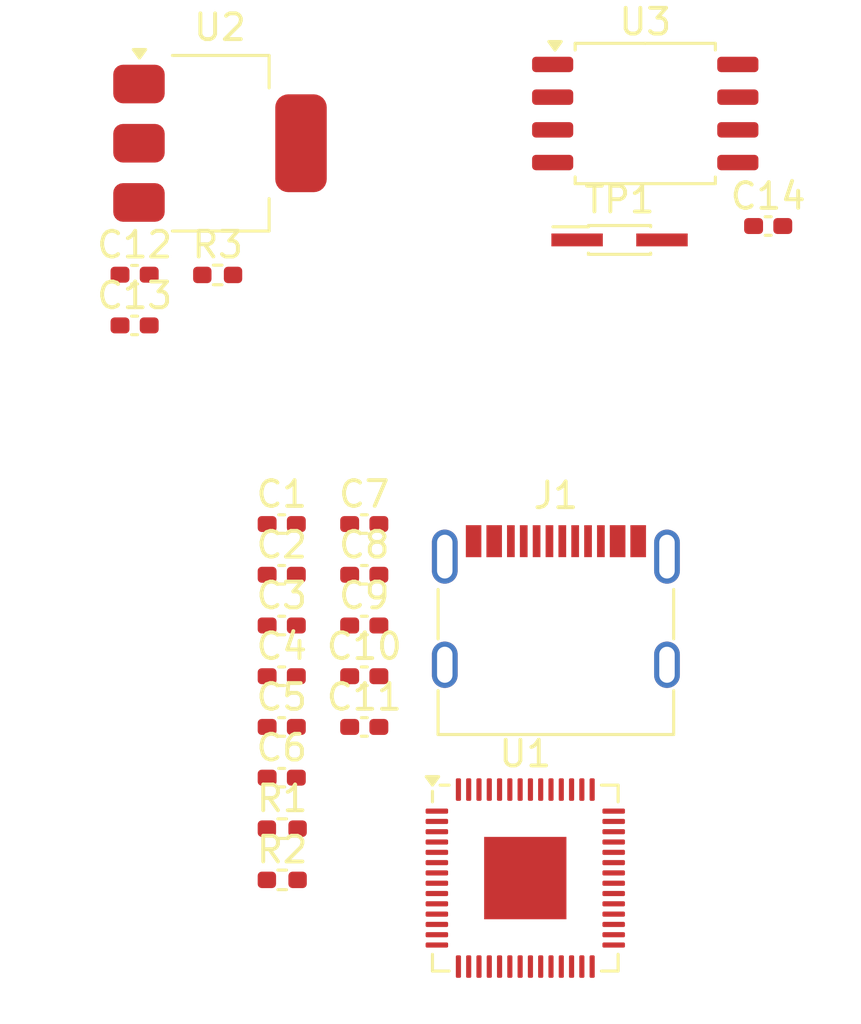
<source format=kicad_pcb>
(kicad_pcb (version 20240108) (generator "pcbnew") (generator_version "8.0")
  (layers (0 "F.Cu" signal) (31 "B.Cu" signal) (34 "B.Paste" user) (35 "F.Paste" user) (36 "B.SilkS" user "B.Silkscreen") (37 "F.SilkS" user "F.Silkscreen") (38 "B.Mask" user) (39 "F.Mask" user) (44 "Edge.Cuts" user))
  (net 0 "")
  (net 1 "GND")
  (net 2 "+1V1")
  (net 3 "+3V3")
  (net 5 "VBUS")
  (net 8 "Net-(J1-SHIELD)")
  (net 12 "/USP_D+")
  (net 13 "Net-(U1-USB_DP)")
  (net 14 "Net-(U1-USB_DM)")
  (net 15 "/USB_D-")
  (net 16 "/GPIO16")
  (net 17 "Net-(U1-IOVDD-Pad1)")
  (net 18 "/SCLK")
  (net 19 "/SWCLK")
  (net 20 "/GPIO6")
  (net 21 "/GPIO2")
  (net 22 "/GPIO3")
  (net 23 "/GPIO12")
  (net 24 "/XOUT")
  (net 25 "/GPIO19")
  (net 26 "/GPIO9")
  (net 27 "/GPIO7")
  (net 28 "/SWD")
  (net 29 "/GPIO15")
  (net 30 "/SS")
  (net 31 "/SD2")
  (net 32 "/GPIO10")
  (net 34 "/SD3")
  (net 35 "/ADC3")
  (net 36 "/ADC1")
  (net 37 "/GPIO14")
  (net 38 "/GPIO13")
  (net 39 "/SD1")
  (net 40 "/GPIO0")
  (net 41 "/GPIO5")
  (net 42 "/GPIO20")
  (net 43 "/GPIO18")
  (net 44 "/GPIO8")
  (net 45 "/GPIO1")
  (net 46 "/GPIO23")
  (net 47 "/ADC2")
  (net 48 "/GPIO21")
  (net 49 "/GPIO11")
  (net 50 "/GPIO24")
  (net 51 "/GPIO25")
  (net 52 "/XIN")
  (net 53 "/GPIO22")
  (net 54 "/RUN")
  (net 56 "/GPIO4")
  (net 57 "/SD0")
  (net 58 "/GPIO17")
  (net 59 "/ADC0")
  (footprint "Resistor_SMD:R_0402_1005Metric_Pad0.72x0.64mm_HandSolder" (layer "F.Cu") (at 89.2375 110.255)
    (property "Reference" "R1" (at 0 -1.17 0) (layer "F.SilkS"))
    (property "Value" "R27.4")
    (fp_line (start -0.167621 -0.38) (end 0.167621 -0.38) (stroke (width 0.12)) (layer "F.SilkS"))
    (fp_line (start -0.167621 0.38) (end 0.167621 0.38) (stroke (width 0.12)) (layer "F.SilkS"))
    (pad "1" smd roundrect (at -0.5975 0) (size 0.715 0.64) (layers "F.Cu" "F.Paste" "F.Mask") (net 12 "/USP_D+"))
    (pad "2" smd roundrect (at 0.5975 0) (size 0.715 0.64) (layers "F.Cu" "F.Paste" "F.Mask") (net 13 "Net-(U1-USB_DP)"))
  )
  (footprint "Capacitor_SMD:C_0402_1005Metric_Pad0.74x0.62mm_HandSolder" (layer "F.Cu") (at 108.1325 86.85)
    (property "Reference" "C14" (at 0 -1.16 0) (layer "F.SilkS"))
    (property "Value" "C100n")
    (fp_line (start -0.115835 -0.36) (end 0.115835 -0.36) (stroke (width 0.12)) (layer "F.SilkS"))
    (fp_line (start -0.115835 0.36) (end 0.115835 0.36) (stroke (width 0.12)) (layer "F.SilkS"))
    (pad "1" smd roundrect (at -0.5675 0) (size 0.735 0.62) (layers "F.Cu" "F.Paste" "F.Mask") (net 3 "+3V3"))
    (pad "2" smd roundrect (at 0.5675 0) (size 0.735 0.62) (layers "F.Cu" "F.Paste" "F.Mask") (net 1 "GND"))
  )
  (footprint "Package_TO_SOT_SMD:SOT-223-3_TabPin2" (layer "F.Cu") (at 86.8175 83.635)
    (property "Reference" "U2" (at 0 -4.5 0) (layer "F.SilkS"))
    (property "Value" "NCP1117-3.3_SOT223")
    (fp_line (start -1.85 -3.41) (end 1.91 -3.41) (stroke (width 0.12)) (layer "F.SilkS"))
    (fp_line (start -1.85 3.41) (end 1.91 3.41) (stroke (width 0.12)) (layer "F.SilkS"))
    (fp_line (start 1.91 -3.41) (end 1.91 -2.15) (stroke (width 0.12)) (layer "F.SilkS"))
    (fp_line (start 1.91 3.41) (end 1.91 2.15) (stroke (width 0.12)) (layer "F.SilkS"))
    (fp_poly (pts (xy -3.13 -3.31) (xy -3.37 -3.64) (xy -2.89 -3.64) (xy -3.13 -3.31)) (stroke (width 0.12)) (fill solid) (layer "F.SilkS"))
    (pad "1" smd roundrect (at -3.15 -2.3) (size 2 1.5) (layers "F.Cu" "F.Paste" "F.Mask") (net 1 "GND"))
    (pad "2" smd roundrect (at -3.15 0) (size 2 1.5) (layers "F.Cu" "F.Paste" "F.Mask") (net 3 "+3V3"))
    (pad "2" smd roundrect (at 3.15 0) (size 2 3.8) (layers "F.Cu" "F.Paste" "F.Mask") (net 3 "+3V3"))
    (pad "3" smd roundrect (at -3.15 2.3) (size 2 1.5) (layers "F.Cu" "F.Paste" "F.Mask") (net 5 "VBUS"))
  )
  (footprint "Capacitor_SMD:C_0402_1005Metric_Pad0.74x0.62mm_HandSolder" (layer "F.Cu") (at 92.4275 104.335)
    (property "Reference" "C10" (at 0 -1.16 0) (layer "F.SilkS"))
    (property "Value" "C100n")
    (fp_line (start -0.115835 -0.36) (end 0.115835 -0.36) (stroke (width 0.12)) (layer "F.SilkS"))
    (fp_line (start -0.115835 0.36) (end 0.115835 0.36) (stroke (width 0.12)) (layer "F.SilkS"))
    (pad "1" smd roundrect (at -0.5675 0) (size 0.735 0.62) (layers "F.Cu" "F.Paste" "F.Mask") (net 3 "+3V3"))
    (pad "2" smd roundrect (at 0.5675 0) (size 0.735 0.62) (layers "F.Cu" "F.Paste" "F.Mask") (net 1 "GND"))
  )
  (footprint "Capacitor_SMD:C_0402_1005Metric_Pad0.74x0.62mm_HandSolder" (layer "F.Cu") (at 92.4275 102.365)
    (property "Reference" "C9" (at 0 -1.16 0) (layer "F.SilkS"))
    (property "Value" "C100n")
    (fp_line (start -0.115835 -0.36) (end 0.115835 -0.36) (stroke (width 0.12)) (layer "F.SilkS"))
    (fp_line (start -0.115835 0.36) (end 0.115835 0.36) (stroke (width 0.12)) (layer "F.SilkS"))
    (pad "1" smd roundrect (at -0.5675 0) (size 0.735 0.62) (layers "F.Cu" "F.Paste" "F.Mask") (net 3 "+3V3"))
    (pad "2" smd roundrect (at 0.5675 0) (size 0.735 0.62) (layers "F.Cu" "F.Paste" "F.Mask") (net 1 "GND"))
  )
  (footprint "Capacitor_SMD:C_0402_1005Metric_Pad0.74x0.62mm_HandSolder" (layer "F.Cu") (at 89.2175 102.365)
    (property "Reference" "C3" (at 0 -1.16 0) (layer "F.SilkS"))
    (property "Value" "C1u")
    (fp_line (start -0.115835 -0.36) (end 0.115835 -0.36) (stroke (width 0.12)) (layer "F.SilkS"))
    (fp_line (start -0.115835 0.36) (end 0.115835 0.36) (stroke (width 0.12)) (layer "F.SilkS"))
    (pad "1" smd roundrect (at -0.5675 0) (size 0.735 0.62) (layers "F.Cu" "F.Paste" "F.Mask") (net 2 "+1V1"))
    (pad "2" smd roundrect (at 0.5675 0) (size 0.735 0.62) (layers "F.Cu" "F.Paste" "F.Mask") (net 1 "GND"))
  )
  (footprint "Capacitor_SMD:C_0402_1005Metric_Pad0.74x0.62mm_HandSolder" (layer "F.Cu") (at 92.4275 106.305)
    (property "Reference" "C11" (at 0 -1.16 0) (layer "F.SilkS"))
    (property "Value" "C1u")
    (fp_line (start -0.115835 -0.36) (end 0.115835 -0.36) (stroke (width 0.12)) (layer "F.SilkS"))
    (fp_line (start -0.115835 0.36) (end 0.115835 0.36) (stroke (width 0.12)) (layer "F.SilkS"))
    (pad "1" smd roundrect (at -0.5675 0) (size 0.735 0.62) (layers "F.Cu" "F.Paste" "F.Mask") (net 3 "+3V3"))
    (pad "2" smd roundrect (at 0.5675 0) (size 0.735 0.62) (layers "F.Cu" "F.Paste" "F.Mask") (net 1 "GND"))
  )
  (footprint "Capacitor_SMD:C_0402_1005Metric_Pad0.74x0.62mm_HandSolder" (layer "F.Cu") (at 83.4975 88.74)
    (property "Reference" "C12" (at 0 -1.16 0) (layer "F.SilkS"))
    (property "Value" "C1u")
    (fp_line (start -0.115835 -0.36) (end 0.115835 -0.36) (stroke (width 0.12)) (layer "F.SilkS"))
    (fp_line (start -0.115835 0.36) (end 0.115835 0.36) (stroke (width 0.12)) (layer "F.SilkS"))
    (pad "1" smd roundrect (at -0.5675 0) (size 0.735 0.62) (layers "F.Cu" "F.Paste" "F.Mask") (net 5 "VBUS"))
    (pad "2" smd roundrect (at 0.5675 0) (size 0.735 0.62) (layers "F.Cu" "F.Paste" "F.Mask") (net 1 "GND"))
  )
  (footprint "Capacitor_SMD:C_0402_1005Metric_Pad0.74x0.62mm_HandSolder" (layer "F.Cu") (at 89.2175 104.335)
    (property "Reference" "C4" (at 0 -1.16 0) (layer "F.SilkS"))
    (property "Value" "C100n")
    (fp_line (start -0.115835 -0.36) (end 0.115835 -0.36) (stroke (width 0.12)) (layer "F.SilkS"))
    (fp_line (start -0.115835 0.36) (end 0.115835 0.36) (stroke (width 0.12)) (layer "F.SilkS"))
    (pad "1" smd roundrect (at -0.5675 0) (size 0.735 0.62) (layers "F.Cu" "F.Paste" "F.Mask") (net 3 "+3V3"))
    (pad "2" smd roundrect (at 0.5675 0) (size 0.735 0.62) (layers "F.Cu" "F.Paste" "F.Mask") (net 1 "GND"))
  )
  (footprint "Resistor_SMD:R_0402_1005Metric_Pad0.72x0.64mm_HandSolder" (layer "F.Cu") (at 86.7275 88.75)
    (property "Reference" "R3" (at 0 -1.17 0) (layer "F.SilkS"))
    (property "Value" "R1M")
    (fp_line (start -0.167621 -0.38) (end 0.167621 -0.38) (stroke (width 0.12)) (layer "F.SilkS"))
    (fp_line (start -0.167621 0.38) (end 0.167621 0.38) (stroke (width 0.12)) (layer "F.SilkS"))
    (pad "1" smd roundrect (at -0.5975 0) (size 0.715 0.64) (layers "F.Cu" "F.Paste" "F.Mask") (net 8 "Net-(J1-SHIELD)"))
    (pad "2" smd roundrect (at 0.5975 0) (size 0.715 0.64) (layers "F.Cu" "F.Paste" "F.Mask") (net 1 "GND"))
  )
  (footprint "Package_DFN_QFN:QFN-56-1EP_7x7mm_P0.4mm_EP3.2x3.2mm" (layer "F.Cu") (at 98.6875 112.175)
    (property "Reference" "U1" (at 0 -4.83 0) (layer "F.SilkS"))
    (property "Value" "RP2040")
    (fp_line (start -3.61 -2.96) (end -3.61 -3.37) (stroke (width 0.12)) (layer "F.SilkS"))
    (fp_line (start -3.61 3.61) (end -3.61 2.96) (stroke (width 0.12)) (layer "F.SilkS"))
    (fp_line (start -2.96 -3.61) (end -3.31 -3.61) (stroke (width 0.12)) (layer "F.SilkS"))
    (fp_line (start -2.96 3.61) (end -3.61 3.61) (stroke (width 0.12)) (layer "F.SilkS"))
    (fp_line (start 2.96 -3.61) (end 3.61 -3.61) (stroke (width 0.12)) (layer "F.SilkS"))
    (fp_line (start 2.96 3.61) (end 3.61 3.61) (stroke (width 0.12)) (layer "F.SilkS"))
    (fp_line (start 3.61 -3.61) (end 3.61 -2.96) (stroke (width 0.12)) (layer "F.SilkS"))
    (fp_line (start 3.61 3.61) (end 3.61 2.96) (stroke (width 0.12)) (layer "F.SilkS"))
    (fp_poly (pts (xy -3.61 -3.61) (xy -3.85 -3.94) (xy -3.37 -3.94) (xy -3.61 -3.61)) (stroke (width 0.12)) (fill solid) (layer "F.SilkS"))
    (pad "1" smd roundrect (at -3.4375 -2.6) (size 0.875 0.2) (layers "F.Cu" "F.Paste" "F.Mask") (net 17 "Net-(U1-IOVDD-Pad1)"))
    (pad "2" smd roundrect (at -3.4375 -2.2) (size 0.875 0.2) (layers "F.Cu" "F.Paste" "F.Mask") (net 40 "/GPIO0"))
    (pad "3" smd roundrect (at -3.4375 -1.8) (size 0.875 0.2) (layers "F.Cu" "F.Paste" "F.Mask") (net 45 "/GPIO1"))
    (pad "4" smd roundrect (at -3.4375 -1.4) (size 0.875 0.2) (layers "F.Cu" "F.Paste" "F.Mask") (net 21 "/GPIO2"))
    (pad "5" smd roundrect (at -3.4375 -1) (size 0.875 0.2) (layers "F.Cu" "F.Paste" "F.Mask") (net 22 "/GPIO3"))
    (pad "6" smd roundrect (at -3.4375 -0.6) (size 0.875 0.2) (layers "F.Cu" "F.Paste" "F.Mask") (net 56 "/GPIO4"))
    (pad "7" smd roundrect (at -3.4375 -0.2) (size 0.875 0.2) (layers "F.Cu" "F.Paste" "F.Mask") (net 41 "/GPIO5"))
    (pad "8" smd roundrect (at -3.4375 0.2) (size 0.875 0.2) (layers "F.Cu" "F.Paste" "F.Mask") (net 20 "/GPIO6"))
    (pad "9" smd roundrect (at -3.4375 0.6) (size 0.875 0.2) (layers "F.Cu" "F.Paste" "F.Mask") (net 27 "/GPIO7"))
    (pad "10" smd roundrect (at -3.4375 1) (size 0.875 0.2) (layers "F.Cu" "F.Paste" "F.Mask") (net 17 "Net-(U1-IOVDD-Pad1)"))
    (pad "11" smd roundrect (at -3.4375 1.4) (size 0.875 0.2) (layers "F.Cu" "F.Paste" "F.Mask") (net 44 "/GPIO8"))
    (pad "12" smd roundrect (at -3.4375 1.8) (size 0.875 0.2) (layers "F.Cu" "F.Paste" "F.Mask") (net 26 "/GPIO9"))
    (pad "13" smd roundrect (at -3.4375 2.2) (size 0.875 0.2) (layers "F.Cu" "F.Paste" "F.Mask") (net 32 "/GPIO10"))
    (pad "14" smd roundrect (at -3.4375 2.6) (size 0.875 0.2) (layers "F.Cu" "F.Paste" "F.Mask") (net 49 "/GPIO11"))
    (pad "15" smd roundrect (at -2.6 3.4375) (size 0.2 0.875) (layers "F.Cu" "F.Paste" "F.Mask") (net 23 "/GPIO12"))
    (pad "16" smd roundrect (at -2.2 3.4375) (size 0.2 0.875) (layers "F.Cu" "F.Paste" "F.Mask") (net 38 "/GPIO13"))
    (pad "17" smd roundrect (at -1.8 3.4375) (size 0.2 0.875) (layers "F.Cu" "F.Paste" "F.Mask") (net 37 "/GPIO14"))
    (pad "18" smd roundrect (at -1.4 3.4375) (size 0.2 0.875) (layers "F.Cu" "F.Paste" "F.Mask") (net 29 "/GPIO15"))
    (pad "19" smd roundrect (at -1 3.4375) (size 0.2 0.875) (layers "F.Cu" "F.Paste" "F.Mask") (net 1 "GND"))
    (pad "20" smd roundrect (at -0.6 3.4375) (size 0.2 0.875) (layers "F.Cu" "F.Paste" "F.Mask") (net 52 "/XIN"))
    (pad "21" smd roundrect (at -0.2 3.4375) (size 0.2 0.875) (layers "F.Cu" "F.Paste" "F.Mask") (net 24 "/XOUT"))
    (pad "22" smd roundrect (at 0.2 3.4375) (size 0.2 0.875) (layers "F.Cu" "F.Paste" "F.Mask") (net 17 "Net-(U1-IOVDD-Pad1)"))
    (pad "23" smd roundrect (at 0.6 3.4375) (size 0.2 0.875) (layers "F.Cu" "F.Paste" "F.Mask") (net 2 "+1V1"))
    (pad "24" smd roundrect (at 1 3.4375) (size 0.2 0.875) (layers "F.Cu" "F.Paste" "F.Mask") (net 19 "/SWCLK"))
    (pad "25" smd roundrect (at 1.4 3.4375) (size 0.2 0.875) (layers "F.Cu" "F.Paste" "F.Mask") (net 28 "/SWD"))
    (pad "26" smd roundrect (at 1.8 3.4375) (size 0.2 0.875) (layers "F.Cu" "F.Paste" "F.Mask") (net 54 "/RUN"))
    (pad "27" smd roundrect (at 2.2 3.4375) (size 0.2 0.875) (layers "F.Cu" "F.Paste" "F.Mask") (net 16 "/GPIO16"))
    (pad "28" smd roundrect (at 2.6 3.4375) (size 0.2 0.875) (layers "F.Cu" "F.Paste" "F.Mask") (net 58 "/GPIO17"))
    (pad "29" smd roundrect (at 3.4375 2.6) (size 0.875 0.2) (layers "F.Cu" "F.Paste" "F.Mask") (net 43 "/GPIO18"))
    (pad "30" smd roundrect (at 3.4375 2.2) (size 0.875 0.2) (layers "F.Cu" "F.Paste" "F.Mask") (net 25 "/GPIO19"))
    (pad "31" smd roundrect (at 3.4375 1.8) (size 0.875 0.2) (layers "F.Cu" "F.Paste" "F.Mask") (net 42 "/GPIO20"))
    (pad "32" smd roundrect (at 3.4375 1.4) (size 0.875 0.2) (layers "F.Cu" "F.Paste" "F.Mask") (net 48 "/GPIO21"))
    (pad "33" smd roundrect (at 3.4375 1) (size 0.875 0.2) (layers "F.Cu" "F.Paste" "F.Mask") (net 17 "Net-(U1-IOVDD-Pad1)"))
    (pad "34" smd roundrect (at 3.4375 0.6) (size 0.875 0.2) (layers "F.Cu" "F.Paste" "F.Mask") (net 53 "/GPIO22"))
    (pad "35" smd roundrect (at 3.4375 0.2) (size 0.875 0.2) (layers "F.Cu" "F.Paste" "F.Mask") (net 46 "/GPIO23"))
    (pad "36" smd roundrect (at 3.4375 -0.2) (size 0.875 0.2) (layers "F.Cu" "F.Paste" "F.Mask") (net 50 "/GPIO24"))
    (pad "37" smd roundrect (at 3.4375 -0.6) (size 0.875 0.2) (layers "F.Cu" "F.Paste" "F.Mask") (net 51 "/GPIO25"))
    (pad "38" smd roundrect (at 3.4375 -1) (size 0.875 0.2) (layers "F.Cu" "F.Paste" "F.Mask") (net 59 "/ADC0"))
    (pad "39" smd roundrect (at 3.4375 -1.4) (size 0.875 0.2) (layers "F.Cu" "F.Paste" "F.Mask") (net 36 "/ADC1"))
    (pad "40" smd roundrect (at 3.4375 -1.8) (size 0.875 0.2) (layers "F.Cu" "F.Paste" "F.Mask") (net 47 "/ADC2"))
    (pad "41" smd roundrect (at 3.4375 -2.2) (size 0.875 0.2) (layers "F.Cu" "F.Paste" "F.Mask") (net 35 "/ADC3"))
    (pad "42" smd roundrect (at 3.4375 -2.6) (size 0.875 0.2) (layers "F.Cu" "F.Paste" "F.Mask") (net 17 "Net-(U1-IOVDD-Pad1)"))
    (pad "43" smd roundrect (at 2.6 -3.4375) (size 0.2 0.875) (layers "F.Cu" "F.Paste" "F.Mask"))
    (pad "44" smd roundrect (at 2.2 -3.4375) (size 0.2 0.875) (layers "F.Cu" "F.Paste" "F.Mask") (net 3 "+3V3"))
    (pad "45" smd roundrect (at 1.8 -3.4375) (size 0.2 0.875) (layers "F.Cu" "F.Paste" "F.Mask") (net 2 "+1V1"))
    (pad "46" smd roundrect (at 1.4 -3.4375) (size 0.2 0.875) (layers "F.Cu" "F.Paste" "F.Mask") (net 14 "Net-(U1-USB_DM)"))
    (pad "47" smd roundrect (at 1 -3.4375) (size 0.2 0.875) (layers "F.Cu" "F.Paste" "F.Mask") (net 13 "Net-(U1-USB_DP)"))
    (pad "48" smd roundrect (at 0.6 -3.4375) (size 0.2 0.875) (layers "F.Cu" "F.Paste" "F.Mask"))
    (pad "49" smd roundrect (at 0.2 -3.4375) (size 0.2 0.875) (layers "F.Cu" "F.Paste" "F.Mask") (net 17 "Net-(U1-IOVDD-Pad1)"))
    (pad "50" smd roundrect (at -0.2 -3.4375) (size 0.2 0.875) (layers "F.Cu" "F.Paste" "F.Mask") (net 2 "+1V1"))
    (pad "51" smd roundrect (at -0.6 -3.4375) (size 0.2 0.875) (layers "F.Cu" "F.Paste" "F.Mask") (net 34 "/SD3"))
    (pad "52" smd roundrect (at -1 -3.4375) (size 0.2 0.875) (layers "F.Cu" "F.Paste" "F.Mask") (net 18 "/SCLK"))
    (pad "53" smd roundrect (at -1.4 -3.4375) (size 0.2 0.875) (layers "F.Cu" "F.Paste" "F.Mask") (net 57 "/SD0"))
    (pad "54" smd roundrect (at -1.8 -3.4375) (size 0.2 0.875) (layers "F.Cu" "F.Paste" "F.Mask") (net 31 "/SD2"))
    (pad "55" smd roundrect (at -2.2 -3.4375) (size 0.2 0.875) (layers "F.Cu" "F.Paste" "F.Mask") (net 39 "/SD1"))
    (pad "56" smd roundrect (at -2.6 -3.4375) (size 0.2 0.875) (layers "F.Cu" "F.Paste" "F.Mask") (net 30 "/SS"))
    (pad "57" smd rect (at 0 0) (size 3.2 3.2) (property pad_prop_heatsink) (layers "F.Cu" "F.Mask") (net 1 "GND"))
  )
  (footprint "Connector_PinHeader_1.00mm:PinHeader_2x01_P1.00mm_Vertical_SMD" (layer "F.Cu") (at 102.3525 87.39)
    (property "Reference" "TP1" (at 0 -1.56 0) (layer "F.SilkS"))
    (property "Value" "TestPoint_2Pole")
    (fp_line (start -2.59 -0.51) (end -1.21 -0.51) (stroke (width 0.12)) (layer "F.SilkS"))
    (fp_line (start -1.21 -0.56) (end -1.21 -0.51) (stroke (width 0.12)) (layer "F.SilkS"))
    (fp_line (start -1.21 -0.56) (end 1.21 -0.56) (stroke (width 0.12)) (layer "F.SilkS"))
    (fp_line (start -1.21 0.51) (end -1.21 0.56) (stroke (width 0.12)) (layer "F.SilkS"))
    (fp_line (start -1.21 0.56) (end 1.21 0.56) (stroke (width 0.12)) (layer "F.SilkS"))
    (fp_line (start 1.21 -0.56) (end 1.21 -0.51) (stroke (width 0.12)) (layer "F.SilkS"))
    (fp_line (start 1.21 0.51) (end 1.21 0.56) (stroke (width 0.12)) (layer "F.SilkS"))
    (pad "1" smd rect (at -1.65 0) (size 2 0.5) (layers "F.Cu" "F.Paste" "F.Mask") (net 3 "+3V3"))
    (pad "2" smd rect (at 1.65 0) (size 2 0.5) (layers "F.Cu" "F.Paste" "F.Mask") (net 30 "/SS"))
  )
  (footprint "Capacitor_SMD:C_0402_1005Metric_Pad0.74x0.62mm_HandSolder" (layer "F.Cu") (at 89.2175 108.275)
    (property "Reference" "C6" (at 0 -1.16 0) (layer "F.SilkS"))
    (property "Value" "C100n")
    (fp_line (start -0.115835 -0.36) (end 0.115835 -0.36) (stroke (width 0.12)) (layer "F.SilkS"))
    (fp_line (start -0.115835 0.36) (end 0.115835 0.36) (stroke (width 0.12)) (layer "F.SilkS"))
    (pad "1" smd roundrect (at -0.5675 0) (size 0.735 0.62) (layers "F.Cu" "F.Paste" "F.Mask") (net 3 "+3V3"))
    (pad "2" smd roundrect (at 0.5675 0) (size 0.735 0.62) (layers "F.Cu" "F.Paste" "F.Mask") (net 1 "GND"))
  )
  (footprint "Capacitor_SMD:C_0402_1005Metric_Pad0.74x0.62mm_HandSolder" (layer "F.Cu") (at 89.2175 98.425)
    (property "Reference" "C1" (at 0 -1.16 0) (layer "F.SilkS"))
    (property "Value" "C100n")
    (fp_line (start -0.115835 -0.36) (end 0.115835 -0.36) (stroke (width 0.12)) (layer "F.SilkS"))
    (fp_line (start -0.115835 0.36) (end 0.115835 0.36) (stroke (width 0.12)) (layer "F.SilkS"))
    (pad "1" smd roundrect (at -0.5675 0) (size 0.735 0.62) (layers "F.Cu" "F.Paste" "F.Mask") (net 2 "+1V1"))
    (pad "2" smd roundrect (at 0.5675 0) (size 0.735 0.62) (layers "F.Cu" "F.Paste" "F.Mask") (net 1 "GND"))
  )
  (footprint "Connector_USB:USB_C_Receptacle_G-Switch_GT-USB-7010ASV" (layer "F.Cu") (at 99.8775 102.815)
    (property "Reference" "J1" (at 0 -5.5 0) (layer "F.SilkS"))
    (property "Value" "USB_C_Receptacle_USB2.0_16P")
    (fp_line (start -4.58 -1.85) (end -4.58 0.07) (stroke (width 0.12)) (layer "F.SilkS"))
    (fp_line (start -4.58 3.785) (end -4.58 2.08) (stroke (width 0.12)) (layer "F.SilkS"))
    (fp_line (start 4.58 0.07) (end 4.58 -1.85) (stroke (width 0.12)) (layer "F.SilkS"))
    (fp_line (start 4.58 2.08) (end 4.58 3.785) (stroke (width 0.12)) (layer "F.SilkS"))
    (fp_line (start 4.58 3.785) (end -4.58 3.785) (stroke (width 0.12)) (layer "F.SilkS"))
    (pad "" np_thru_hole circle (at -2.89 -2.605) (size 0.65 0.65) (drill 0.65) (layers "*.Cu" "*.Mask"))
    (pad "" np_thru_hole circle (at 2.89 -2.605) (size 0.65 0.65) (drill 0.65) (layers "*.Cu" "*.Mask"))
    (pad "A1" smd rect (at -3.2 -3.725) (size 0.6 1.24) (layers "F.Cu" "F.Paste" "F.Mask") (net 1 "GND"))
    (pad "A4" smd rect (at -2.4 -3.725) (size 0.6 1.24) (layers "F.Cu" "F.Paste" "F.Mask") (net 5 "VBUS"))
    (pad "A5" smd rect (at -1.25 -3.725) (size 0.3 1.24) (layers "F.Cu" "F.Paste" "F.Mask"))
    (pad "A6" smd rect (at -0.25 -3.725) (size 0.3 1.24) (layers "F.Cu" "F.Paste" "F.Mask") (net 12 "/USP_D+"))
    (pad "A7" smd rect (at 0.25 -3.725) (size 0.3 1.24) (layers "F.Cu" "F.Paste" "F.Mask") (net 15 "/USB_D-"))
    (pad "A8" smd rect (at 1.25 -3.725) (size 0.3 1.24) (layers "F.Cu" "F.Paste" "F.Mask"))
    (pad "A9" smd rect (at 2.4 -3.725) (size 0.6 1.24) (layers "F.Cu" "F.Paste" "F.Mask") (net 5 "VBUS"))
    (pad "A12" smd rect (at 3.2 -3.725) (size 0.6 1.24) (layers "F.Cu" "F.Paste" "F.Mask") (net 1 "GND"))
    (pad "B1" smd rect (at 3.2 -3.725) (size 0.6 1.24) (layers "F.Cu" "F.Paste" "F.Mask") (net 1 "GND"))
    (pad "B4" smd rect (at 2.4 -3.725) (size 0.6 1.24) (layers "F.Cu" "F.Paste" "F.Mask") (net 5 "VBUS"))
    (pad "B5" smd rect (at 1.75 -3.725) (size 0.3 1.24) (layers "F.Cu" "F.Paste" "F.Mask"))
    (pad "B6" smd rect (at 0.75 -3.725) (size 0.3 1.24) (layers "F.Cu" "F.Paste" "F.Mask"))
    (pad "B7" smd rect (at -0.75 -3.725) (size 0.3 1.24) (layers "F.Cu" "F.Paste" "F.Mask"))
    (pad "B8" smd rect (at -1.75 -3.725) (size 0.3 1.24) (layers "F.Cu" "F.Paste" "F.Mask"))
    (pad "B9" smd rect (at -2.4 -3.725) (size 0.6 1.24) (layers "F.Cu" "F.Paste" "F.Mask") (net 5 "VBUS"))
    (pad "B12" smd rect (at -3.2 -3.725) (size 0.6 1.24) (layers "F.Cu" "F.Paste" "F.Mask") (net 1 "GND"))
    (pad "S1" thru_hole oval (at -4.32 -3.125) (size 1 2.1) (drill oval 0.6 1.7) (layers "*.Cu" "*.Mask") (net 8 "Net-(J1-SHIELD)"))
    (pad "S1" thru_hole oval (at -4.32 1.075) (size 1 1.8) (drill oval 0.6 1.4) (layers "*.Cu" "*.Mask") (net 8 "Net-(J1-SHIELD)"))
    (pad "S1" thru_hole oval (at 4.32 -3.125) (size 1 2.1) (drill oval 0.6 1.7) (layers "*.Cu" "*.Mask") (net 8 "Net-(J1-SHIELD)"))
    (pad "S1" thru_hole oval (at 4.32 1.075) (size 1 1.8) (drill oval 0.6 1.4) (layers "*.Cu" "*.Mask") (net 8 "Net-(J1-SHIELD)"))
  )
  (footprint "Capacitor_SMD:C_0402_1005Metric_Pad0.74x0.62mm_HandSolder" (layer "F.Cu") (at 92.4275 98.425)
    (property "Reference" "C7" (at 0 -1.16 0) (layer "F.SilkS"))
    (property "Value" "C100n")
    (fp_line (start -0.115835 -0.36) (end 0.115835 -0.36) (stroke (width 0.12)) (layer "F.SilkS"))
    (fp_line (start -0.115835 0.36) (end 0.115835 0.36) (stroke (width 0.12)) (layer "F.SilkS"))
    (pad "1" smd roundrect (at -0.5675 0) (size 0.735 0.62) (layers "F.Cu" "F.Paste" "F.Mask") (net 3 "+3V3"))
    (pad "2" smd roundrect (at 0.5675 0) (size 0.735 0.62) (layers "F.Cu" "F.Paste" "F.Mask") (net 1 "GND"))
  )
  (footprint "Capacitor_SMD:C_0402_1005Metric_Pad0.74x0.62mm_HandSolder" (layer "F.Cu") (at 92.4275 100.395)
    (property "Reference" "C8" (at 0 -1.16 0) (layer "F.SilkS"))
    (property "Value" "C100n")
    (fp_line (start -0.115835 -0.36) (end 0.115835 -0.36) (stroke (width 0.12)) (layer "F.SilkS"))
    (fp_line (start -0.115835 0.36) (end 0.115835 0.36) (stroke (width 0.12)) (layer "F.SilkS"))
    (pad "1" smd roundrect (at -0.5675 0) (size 0.735 0.62) (layers "F.Cu" "F.Paste" "F.Mask") (net 3 "+3V3"))
    (pad "2" smd roundrect (at 0.5675 0) (size 0.735 0.62) (layers "F.Cu" "F.Paste" "F.Mask") (net 1 "GND"))
  )
  (footprint "Capacitor_SMD:C_0402_1005Metric_Pad0.74x0.62mm_HandSolder" (layer "F.Cu") (at 89.2175 100.395)
    (property "Reference" "C2" (at 0 -1.16 0) (layer "F.SilkS"))
    (property "Value" "C100n")
    (fp_line (start -0.115835 -0.36) (end 0.115835 -0.36) (stroke (width 0.12)) (layer "F.SilkS"))
    (fp_line (start -0.115835 0.36) (end 0.115835 0.36) (stroke (width 0.12)) (layer "F.SilkS"))
    (pad "1" smd roundrect (at -0.5675 0) (size 0.735 0.62) (layers "F.Cu" "F.Paste" "F.Mask") (net 2 "+1V1"))
    (pad "2" smd roundrect (at 0.5675 0) (size 0.735 0.62) (layers "F.Cu" "F.Paste" "F.Mask") (net 1 "GND"))
  )
  (footprint "Package_SO:SOIC-8_5.23x5.23mm_P1.27mm" (layer "F.Cu") (at 103.3525 82.48)
    (property "Reference" "U3" (at 0 -3.56 0) (layer "F.SilkS"))
    (property "Value" "W25Q128JVS")
    (fp_line (start -2.725 -2.725) (end -2.725 -2.465) (stroke (width 0.12)) (layer "F.SilkS"))
    (fp_line (start -2.725 2.725) (end -2.725 2.465) (stroke (width 0.12)) (layer "F.SilkS"))
    (fp_line (start 0 -2.725) (end -2.725 -2.725) (stroke (width 0.12)) (layer "F.SilkS"))
    (fp_line (start 0 -2.725) (end 2.725 -2.725) (stroke (width 0.12)) (layer "F.SilkS"))
    (fp_line (start 0 2.725) (end -2.725 2.725) (stroke (width 0.12)) (layer "F.SilkS"))
    (fp_line (start 0 2.725) (end 2.725 2.725) (stroke (width 0.12)) (layer "F.SilkS"))
    (fp_line (start 2.725 -2.725) (end 2.725 -2.465) (stroke (width 0.12)) (layer "F.SilkS"))
    (fp_line (start 2.725 2.725) (end 2.725 2.465) (stroke (width 0.12)) (layer "F.SilkS"))
    (fp_poly (pts (xy -3.5075 -2.465) (xy -3.7475 -2.795) (xy -3.2675 -2.795) (xy -3.5075 -2.465)) (stroke (width 0.12)) (fill solid) (layer "F.SilkS"))
    (pad "1" smd roundrect (at -3.6 -1.905) (size 1.6 0.6) (layers "F.Cu" "F.Paste" "F.Mask") (net 30 "/SS"))
    (pad "2" smd roundrect (at -3.6 -0.635) (size 1.6 0.6) (layers "F.Cu" "F.Paste" "F.Mask") (net 39 "/SD1"))
    (pad "3" smd roundrect (at -3.6 0.635) (size 1.6 0.6) (layers "F.Cu" "F.Paste" "F.Mask") (net 31 "/SD2"))
    (pad "4" smd roundrect (at -3.6 1.905) (size 1.6 0.6) (layers "F.Cu" "F.Paste" "F.Mask") (net 1 "GND"))
    (pad "5" smd roundrect (at 3.6 1.905) (size 1.6 0.6) (layers "F.Cu" "F.Paste" "F.Mask") (net 57 "/SD0"))
    (pad "6" smd roundrect (at 3.6 0.635) (size 1.6 0.6) (layers "F.Cu" "F.Paste" "F.Mask") (net 18 "/SCLK"))
    (pad "7" smd roundrect (at 3.6 -0.635) (size 1.6 0.6) (layers "F.Cu" "F.Paste" "F.Mask") (net 34 "/SD3"))
    (pad "8" smd roundrect (at 3.6 -1.905) (size 1.6 0.6) (layers "F.Cu" "F.Paste" "F.Mask") (net 3 "+3V3"))
  )
  (footprint "Capacitor_SMD:C_0402_1005Metric_Pad0.74x0.62mm_HandSolder" (layer "F.Cu") (at 89.2175 106.305)
    (property "Reference" "C5" (at 0 -1.16 0) (layer "F.SilkS"))
    (property "Value" "C100n")
    (fp_line (start -0.115835 -0.36) (end 0.115835 -0.36) (stroke (width 0.12)) (layer "F.SilkS"))
    (fp_line (start -0.115835 0.36) (end 0.115835 0.36) (stroke (width 0.12)) (layer "F.SilkS"))
    (pad "1" smd roundrect (at -0.5675 0) (size 0.735 0.62) (layers "F.Cu" "F.Paste" "F.Mask") (net 3 "+3V3"))
    (pad "2" smd roundrect (at 0.5675 0) (size 0.735 0.62) (layers "F.Cu" "F.Paste" "F.Mask") (net 1 "GND"))
  )
  (footprint "Resistor_SMD:R_0402_1005Metric_Pad0.72x0.64mm_HandSolder" (layer "F.Cu") (at 89.2375 112.245)
    (property "Reference" "R2" (at 0 -1.17 0) (layer "F.SilkS"))
    (property "Value" "R27.4")
    (fp_line (start -0.167621 -0.38) (end 0.167621 -0.38) (stroke (width 0.12)) (layer "F.SilkS"))
    (fp_line (start -0.167621 0.38) (end 0.167621 0.38) (stroke (width 0.12)) (layer "F.SilkS"))
    (pad "1" smd roundrect (at -0.5975 0) (size 0.715 0.64) (layers "F.Cu" "F.Paste" "F.Mask") (net 14 "Net-(U1-USB_DM)"))
    (pad "2" smd roundrect (at 0.5975 0) (size 0.715 0.64) (layers "F.Cu" "F.Paste" "F.Mask") (net 15 "/USB_D-"))
  )
  (footprint "Capacitor_SMD:C_0402_1005Metric_Pad0.74x0.62mm_HandSolder" (layer "F.Cu") (at 83.4975 90.71)
    (property "Reference" "C13" (at 0 -1.16 0) (layer "F.SilkS"))
    (property "Value" "C1u")
    (fp_line (start -0.115835 -0.36) (end 0.115835 -0.36) (stroke (width 0.12)) (layer "F.SilkS"))
    (fp_line (start -0.115835 0.36) (end 0.115835 0.36) (stroke (width 0.12)) (layer "F.SilkS"))
    (pad "1" smd roundrect (at -0.5675 0) (size 0.735 0.62) (layers "F.Cu" "F.Paste" "F.Mask") (net 3 "+3V3"))
    (pad "2" smd roundrect (at 0.5675 0) (size 0.735 0.62) (layers "F.Cu" "F.Paste" "F.Mask") (net 1 "GND"))
  )
)
</source>
